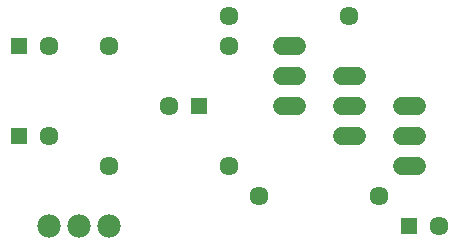
<source format=gts>
G75*
%MOIN*%
%OFA0B0*%
%FSLAX25Y25*%
%IPPOS*%
%LPD*%
%AMOC8*
5,1,8,0,0,1.08239X$1,22.5*
%
%ADD10C,0.06343*%
%ADD11R,0.05556X0.05556*%
%ADD12C,0.07800*%
%ADD13C,0.05950*%
D10*
X0059700Y0060337D03*
X0039700Y0070337D03*
X0079700Y0080337D03*
X0099700Y0060337D03*
X0109700Y0050337D03*
X0149700Y0050337D03*
X0169700Y0040337D03*
X0099700Y0100337D03*
X0099700Y0110337D03*
X0139700Y0110337D03*
X0059700Y0100337D03*
X0039700Y0100337D03*
D11*
X0029700Y0100337D03*
X0029700Y0070337D03*
X0089700Y0080337D03*
X0159700Y0040337D03*
D12*
X0039700Y0040337D03*
X0049700Y0040337D03*
X0059700Y0040337D03*
D13*
X0117125Y0080337D02*
X0122274Y0080337D01*
X0137125Y0080337D02*
X0142274Y0080337D01*
X0157125Y0080337D02*
X0162274Y0080337D01*
X0162274Y0070337D02*
X0157125Y0070337D01*
X0142274Y0070337D02*
X0137125Y0070337D01*
X0157125Y0060337D02*
X0162274Y0060337D01*
X0142274Y0090337D02*
X0137125Y0090337D01*
X0122274Y0090337D02*
X0117125Y0090337D01*
X0117125Y0100337D02*
X0122274Y0100337D01*
M02*

</source>
